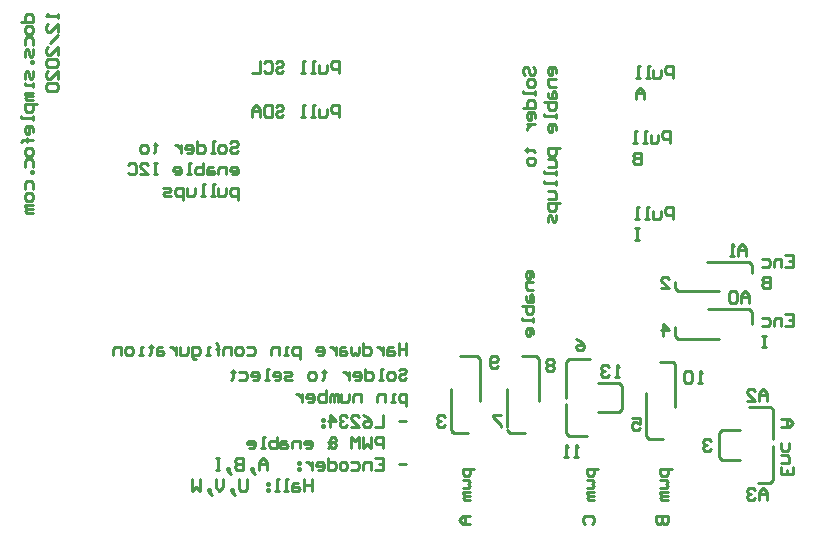
<source format=gbo>
G04*
G04 #@! TF.GenerationSoftware,Altium Limited,Altium Designer,18.0.7 (293)*
G04*
G04 Layer_Color=32896*
%FSLAX25Y25*%
%MOIN*%
G70*
G01*
G75*
%ADD11C,0.01000*%
%ADD43C,0.00000*%
D11*
X208661Y64961D02*
X209646Y65945D01*
X208661Y74803D02*
X209646Y73819D01*
X201772Y64961D02*
X208661D01*
X209646Y65945D02*
Y73819D01*
X201772Y74803D02*
X206693D01*
X208661D01*
X190945Y81693D02*
X191929Y82677D01*
X190945Y69882D02*
Y81693D01*
X182087Y79724D02*
Y82677D01*
X171260Y59055D02*
X172244Y58071D01*
X253000Y111268D02*
Y114126D01*
X251969Y115157D02*
X253000Y114126D01*
X237862Y115157D02*
X251969D01*
X227315Y106346D02*
Y108574D01*
Y106346D02*
X228346Y105315D01*
X242126D01*
X227362Y90551D02*
Y93504D01*
Y90551D02*
X228346Y89567D01*
X242126D01*
X252953Y98425D02*
X252953D01*
X251969Y99410D02*
X252953Y98425D01*
X238189Y99410D02*
X251969D01*
X243110Y49213D02*
X249016D01*
X242126Y50197D02*
X243110Y49213D01*
X242126Y50197D02*
Y51181D01*
Y53150D01*
Y58071D01*
X243110Y59055D01*
X249016D01*
X251969Y66929D02*
X258858D01*
X259842Y65945D01*
Y56102D02*
Y65945D01*
X254969Y41291D02*
X258811D01*
X259890Y42370D01*
Y53707D01*
X155512Y83661D02*
X161417D01*
X162402Y82677D01*
Y81693D02*
Y82677D01*
X176181Y83661D02*
X181102D01*
X182087Y82677D01*
X191929Y82677D02*
X198819D01*
X153543Y58071D02*
X158465D01*
X152559Y59055D02*
X153543Y58071D01*
X152559Y59055D02*
Y60039D01*
X172244Y58071D02*
X177165D01*
X191929Y57087D02*
X197835D01*
X190945Y58071D02*
X191929Y57087D01*
X190945Y58071D02*
Y60039D01*
X218504Y56102D02*
X223425D01*
X217472Y57134D02*
X218504Y56102D01*
X217472Y57134D02*
Y57699D01*
X222441Y81693D02*
X226724D01*
X227362Y81055D01*
Y79087D02*
Y81055D01*
X252953Y94488D02*
Y98425D01*
X217472Y57699D02*
Y71479D01*
X190945Y60039D02*
Y67690D01*
X227362Y66929D02*
Y79087D01*
X182087Y68898D02*
Y81693D01*
X171260Y60039D02*
Y72835D01*
X152559Y60039D02*
Y72835D01*
X162402Y68898D02*
Y81693D01*
X201756Y46244D02*
X197820D01*
Y44276D01*
X198476Y43620D01*
X199788D01*
X200444Y44276D01*
Y46244D01*
X197820Y42308D02*
X199788D01*
X200444Y41652D01*
X199788Y40996D01*
X200444Y40341D01*
X199788Y39685D01*
X197820D01*
X200444Y38373D02*
X197820D01*
Y37717D01*
X198476Y37061D01*
X200444D01*
X198476D01*
X197820Y36405D01*
X198476Y35749D01*
X200444D01*
X197164Y27877D02*
X196508Y28533D01*
Y29845D01*
X197164Y30501D01*
X199788D01*
X200444Y29845D01*
Y28533D01*
X199788Y27877D01*
X264093Y117374D02*
X266717D01*
Y113438D01*
X264093D01*
X266717Y115406D02*
X265405D01*
X262781Y113438D02*
Y116062D01*
X260813D01*
X260157Y115406D01*
Y113438D01*
X256221Y116062D02*
X258189D01*
X258845Y115406D01*
Y114094D01*
X258189Y113438D01*
X256221D01*
X258845Y110251D02*
Y106315D01*
X256877D01*
X256221Y106971D01*
Y107627D01*
X256877Y108283D01*
X258845D01*
X256877D01*
X256221Y108939D01*
Y109595D01*
X256877Y110251D01*
X258845D01*
X226362Y46244D02*
X222427D01*
Y44276D01*
X223082Y43620D01*
X224394D01*
X225050Y44276D01*
Y46244D01*
X222427Y42308D02*
X224394D01*
X225050Y41652D01*
X224394Y40996D01*
X225050Y40341D01*
X224394Y39685D01*
X222427D01*
X225050Y38373D02*
X222427D01*
Y37717D01*
X223082Y37061D01*
X225050D01*
X223082D01*
X222427Y36405D01*
X223082Y35749D01*
X225050D01*
X221115Y30501D02*
X225050D01*
Y28533D01*
X224394Y27877D01*
X223738D01*
X223082Y28533D01*
Y30501D01*
Y28533D01*
X222427Y27877D01*
X221771D01*
X221115Y28533D01*
Y30501D01*
X115142Y178165D02*
Y182101D01*
X113174D01*
X112518Y181445D01*
Y180133D01*
X113174Y179477D01*
X115142D01*
X111206Y180789D02*
Y178821D01*
X110550Y178165D01*
X108582D01*
Y180789D01*
X107270Y178165D02*
X105958D01*
X106614D01*
Y182101D01*
X107270D01*
X103990Y178165D02*
X102679D01*
X103334D01*
Y182101D01*
X103990D01*
X94151Y181445D02*
X94807Y182101D01*
X96119D01*
X96775Y181445D01*
Y180789D01*
X96119Y180133D01*
X94807D01*
X94151Y179477D01*
Y178821D01*
X94807Y178165D01*
X96119D01*
X96775Y178821D01*
X90215Y181445D02*
X90871Y182101D01*
X92183D01*
X92839Y181445D01*
Y178821D01*
X92183Y178165D01*
X90871D01*
X90215Y178821D01*
X88903Y182101D02*
Y178165D01*
X86280D01*
X160417Y46244D02*
X156482D01*
Y44276D01*
X157138Y43620D01*
X158449D01*
X159105Y44276D01*
Y46244D01*
X156482Y42308D02*
X158449D01*
X159105Y41652D01*
X158449Y40996D01*
X159105Y40341D01*
X158449Y39685D01*
X156482D01*
X159105Y38373D02*
X156482D01*
Y37717D01*
X157138Y37061D01*
X159105D01*
X157138D01*
X156482Y36405D01*
X157138Y35749D01*
X159105D01*
Y30501D02*
X156482D01*
X155170Y29189D01*
X156482Y27877D01*
X159105D01*
X157138D01*
Y30501D01*
X264095Y97689D02*
X266719D01*
Y93753D01*
X264095D01*
X266719Y95721D02*
X265407D01*
X262783Y93753D02*
Y96377D01*
X260816D01*
X260159Y95721D01*
Y93753D01*
X256224Y96377D02*
X258192D01*
X258848Y95721D01*
Y94409D01*
X258192Y93753D01*
X256224D01*
X257536Y90566D02*
X256224D01*
X256880D01*
Y86630D01*
X257536D01*
X256224D01*
X137779Y88026D02*
Y84090D01*
Y86058D01*
X135156D01*
Y88026D01*
Y84090D01*
X133188Y86714D02*
X131876D01*
X131220Y86058D01*
Y84090D01*
X133188D01*
X133844Y84746D01*
X133188Y85402D01*
X131220D01*
X129908Y86714D02*
Y84090D01*
Y85402D01*
X129252Y86058D01*
X128596Y86714D01*
X127940D01*
X123348Y88026D02*
Y84090D01*
X125316D01*
X125972Y84746D01*
Y86058D01*
X125316Y86714D01*
X123348D01*
X122037D02*
Y84746D01*
X121381Y84090D01*
X120725Y84746D01*
X120069Y84090D01*
X119413Y84746D01*
Y86714D01*
X117445D02*
X116133D01*
X115477Y86058D01*
Y84090D01*
X117445D01*
X118101Y84746D01*
X117445Y85402D01*
X115477D01*
X114165Y86714D02*
Y84090D01*
Y85402D01*
X113509Y86058D01*
X112853Y86714D01*
X112197D01*
X108262Y84090D02*
X109573D01*
X110229Y84746D01*
Y86058D01*
X109573Y86714D01*
X108262D01*
X107606Y86058D01*
Y85402D01*
X110229D01*
X102358Y82779D02*
Y86714D01*
X100390D01*
X99734Y86058D01*
Y84746D01*
X100390Y84090D01*
X102358D01*
X98422D02*
X97110D01*
X97766D01*
Y86714D01*
X98422D01*
X95142Y84090D02*
Y86714D01*
X93174D01*
X92519Y86058D01*
Y84090D01*
X84647Y86714D02*
X86615D01*
X87271Y86058D01*
Y84746D01*
X86615Y84090D01*
X84647D01*
X82679D02*
X81367D01*
X80711Y84746D01*
Y86058D01*
X81367Y86714D01*
X82679D01*
X83335Y86058D01*
Y84746D01*
X82679Y84090D01*
X79399D02*
Y86714D01*
X77431D01*
X76776Y86058D01*
Y84090D01*
X74808D02*
Y87370D01*
Y86058D01*
X75464D01*
X74152D01*
X74808D01*
Y87370D01*
X74152Y88026D01*
X72184Y84090D02*
X70872D01*
X71528D01*
Y86714D01*
X72184D01*
X67592Y82779D02*
X66936D01*
X66280Y83434D01*
Y86714D01*
X68248D01*
X68904Y86058D01*
Y84746D01*
X68248Y84090D01*
X66280D01*
X64968Y86714D02*
Y84746D01*
X64312Y84090D01*
X62344D01*
Y86714D01*
X61033D02*
Y84090D01*
Y85402D01*
X60377Y86058D01*
X59721Y86714D01*
X59065D01*
X56441D02*
X55129D01*
X54473Y86058D01*
Y84090D01*
X56441D01*
X57097Y84746D01*
X56441Y85402D01*
X54473D01*
X52505Y87370D02*
Y86714D01*
X53161D01*
X51849D01*
X52505D01*
Y84746D01*
X51849Y84090D01*
X49881D02*
X48569D01*
X49225D01*
Y86714D01*
X49881D01*
X45946Y84090D02*
X44634D01*
X43978Y84746D01*
Y86058D01*
X44634Y86714D01*
X45946D01*
X46602Y86058D01*
Y84746D01*
X45946Y84090D01*
X42666D02*
Y86714D01*
X40698D01*
X40042Y86058D01*
Y84090D01*
X135156Y78935D02*
X135812Y79591D01*
X137124D01*
X137779Y78935D01*
Y78279D01*
X137124Y77623D01*
X135812D01*
X135156Y76968D01*
Y76311D01*
X135812Y75656D01*
X137124D01*
X137779Y76311D01*
X133188Y75656D02*
X131876D01*
X131220Y76311D01*
Y77623D01*
X131876Y78279D01*
X133188D01*
X133844Y77623D01*
Y76311D01*
X133188Y75656D01*
X129908D02*
X128596D01*
X129252D01*
Y79591D01*
X129908D01*
X124004D02*
Y75656D01*
X125972D01*
X126628Y76311D01*
Y77623D01*
X125972Y78279D01*
X124004D01*
X120725Y75656D02*
X122037D01*
X122693Y76311D01*
Y77623D01*
X122037Y78279D01*
X120725D01*
X120069Y77623D01*
Y76968D01*
X122693D01*
X118757Y78279D02*
Y75656D01*
Y76968D01*
X118101Y77623D01*
X117445Y78279D01*
X116789D01*
X110229Y78935D02*
Y78279D01*
X110885D01*
X109573D01*
X110229D01*
Y76311D01*
X109573Y75656D01*
X106950D02*
X105638D01*
X104982Y76311D01*
Y77623D01*
X105638Y78279D01*
X106950D01*
X107606Y77623D01*
Y76311D01*
X106950Y75656D01*
X99734D02*
X97766D01*
X97110Y76311D01*
X97766Y76968D01*
X99078D01*
X99734Y77623D01*
X99078Y78279D01*
X97110D01*
X93830Y75656D02*
X95142D01*
X95798Y76311D01*
Y77623D01*
X95142Y78279D01*
X93830D01*
X93174Y77623D01*
Y76968D01*
X95798D01*
X91863Y75656D02*
X90551D01*
X91207D01*
Y79591D01*
X91863D01*
X86615Y75656D02*
X87927D01*
X88583Y76311D01*
Y77623D01*
X87927Y78279D01*
X86615D01*
X85959Y77623D01*
Y76968D01*
X88583D01*
X82023Y78279D02*
X83991D01*
X84647Y77623D01*
Y76311D01*
X83991Y75656D01*
X82023D01*
X80055Y78935D02*
Y78279D01*
X80711D01*
X79399D01*
X80055D01*
Y76311D01*
X79399Y75656D01*
X137779Y67221D02*
Y71157D01*
X135812D01*
X135156Y70501D01*
Y69189D01*
X135812Y68533D01*
X137779D01*
X133844D02*
X132532D01*
X133188D01*
Y71157D01*
X133844D01*
X130564Y68533D02*
Y71157D01*
X128596D01*
X127940Y70501D01*
Y68533D01*
X122693D02*
Y71157D01*
X120725D01*
X120069Y70501D01*
Y68533D01*
X118757Y71157D02*
Y69189D01*
X118101Y68533D01*
X116133D01*
Y71157D01*
X114821Y68533D02*
Y71157D01*
X114165D01*
X113509Y70501D01*
Y68533D01*
Y70501D01*
X112853Y71157D01*
X112197Y70501D01*
Y68533D01*
X110885Y72468D02*
Y68533D01*
X108917D01*
X108262Y69189D01*
Y69845D01*
Y70501D01*
X108917Y71157D01*
X110885D01*
X104982Y68533D02*
X106294D01*
X106950Y69189D01*
Y70501D01*
X106294Y71157D01*
X104982D01*
X104326Y70501D01*
Y69845D01*
X106950D01*
X103014Y71157D02*
Y68533D01*
Y69845D01*
X102358Y70501D01*
X101702Y71157D01*
X101046D01*
X137779Y62066D02*
X135156D01*
X129908Y64034D02*
Y60098D01*
X127284D01*
X123348Y64034D02*
X124660Y63378D01*
X125972Y62066D01*
Y60754D01*
X125316Y60098D01*
X124004D01*
X123348Y60754D01*
Y61410D01*
X124004Y62066D01*
X125972D01*
X119413Y60098D02*
X122037D01*
X119413Y62722D01*
Y63378D01*
X120069Y64034D01*
X121381D01*
X122037Y63378D01*
X118101D02*
X117445Y64034D01*
X116133D01*
X115477Y63378D01*
Y62722D01*
X116133Y62066D01*
X116789D01*
X116133D01*
X115477Y61410D01*
Y60754D01*
X116133Y60098D01*
X117445D01*
X118101Y60754D01*
X112197Y60098D02*
Y64034D01*
X114165Y62066D01*
X111541D01*
X110229Y62722D02*
X109573D01*
Y62066D01*
X110229D01*
Y62722D01*
Y60754D02*
X109573D01*
Y60098D01*
X110229D01*
Y60754D01*
X129908Y52975D02*
Y56911D01*
X127940D01*
X127284Y56255D01*
Y54943D01*
X127940Y54287D01*
X129908D01*
X125972Y56911D02*
Y52975D01*
X124660Y54287D01*
X123348Y52975D01*
Y56911D01*
X122037Y52975D02*
Y56911D01*
X120725Y55599D01*
X119413Y56911D01*
Y52975D01*
X111541D02*
X112197Y53631D01*
X112853Y52975D01*
X113509D01*
X114165Y53631D01*
Y54287D01*
X113509Y54943D01*
X114165Y55599D01*
Y56255D01*
X113509Y56911D01*
X112853D01*
X112197Y56255D01*
Y55599D01*
X112853Y54943D01*
X112197Y54287D01*
Y53631D01*
X111541Y54943D02*
X112197Y54287D01*
X113509Y54943D02*
X112853D01*
X104326Y52975D02*
X105638D01*
X106294Y53631D01*
Y54943D01*
X105638Y55599D01*
X104326D01*
X103670Y54943D01*
Y54287D01*
X106294D01*
X102358Y52975D02*
Y55599D01*
X100390D01*
X99734Y54943D01*
Y52975D01*
X97766Y55599D02*
X96454D01*
X95798Y54943D01*
Y52975D01*
X97766D01*
X98422Y53631D01*
X97766Y54287D01*
X95798D01*
X94486Y56911D02*
Y52975D01*
X92519D01*
X91863Y53631D01*
Y54287D01*
Y54943D01*
X92519Y55599D01*
X94486D01*
X90551Y52975D02*
X89239D01*
X89895D01*
Y56911D01*
X90551D01*
X85303Y52975D02*
X86615D01*
X87271Y53631D01*
Y54943D01*
X86615Y55599D01*
X85303D01*
X84647Y54943D01*
Y54287D01*
X87271D01*
X137779Y47820D02*
X135156D01*
X127284Y49788D02*
X129908D01*
Y45852D01*
X127284D01*
X129908Y47820D02*
X128596D01*
X125972Y45852D02*
Y48476D01*
X124004D01*
X123348Y47820D01*
Y45852D01*
X119413Y48476D02*
X121381D01*
X122037Y47820D01*
Y46508D01*
X121381Y45852D01*
X119413D01*
X117445D02*
X116133D01*
X115477Y46508D01*
Y47820D01*
X116133Y48476D01*
X117445D01*
X118101Y47820D01*
Y46508D01*
X117445Y45852D01*
X111541Y49788D02*
Y45852D01*
X113509D01*
X114165Y46508D01*
Y47820D01*
X113509Y48476D01*
X111541D01*
X108262Y45852D02*
X109573D01*
X110229Y46508D01*
Y47820D01*
X109573Y48476D01*
X108262D01*
X107606Y47820D01*
Y47164D01*
X110229D01*
X106294Y48476D02*
Y45852D01*
Y47164D01*
X105638Y47820D01*
X104982Y48476D01*
X104326D01*
X102358D02*
X101702D01*
Y47820D01*
X102358D01*
Y48476D01*
Y46508D02*
X101702D01*
Y45852D01*
X102358D01*
Y46508D01*
X91207Y45852D02*
Y48476D01*
X89895Y49788D01*
X88583Y48476D01*
Y45852D01*
Y47820D01*
X91207D01*
X86615Y45196D02*
X85959Y45852D01*
Y46508D01*
X86615D01*
Y45852D01*
X85959D01*
X86615Y45196D01*
X87271Y44540D01*
X83335Y49788D02*
Y45852D01*
X81367D01*
X80711Y46508D01*
Y47164D01*
X81367Y47820D01*
X83335D01*
X81367D01*
X80711Y48476D01*
Y49132D01*
X81367Y49788D01*
X83335D01*
X78743Y45196D02*
X78088Y45852D01*
Y46508D01*
X78743D01*
Y45852D01*
X78088D01*
X78743Y45196D01*
X79399Y44540D01*
X75464Y49788D02*
X74152D01*
X74808D01*
Y45852D01*
X75464D01*
X74152D01*
X106294Y42665D02*
Y38729D01*
Y40697D01*
X103670D01*
Y42665D01*
Y38729D01*
X101702Y41353D02*
X100390D01*
X99734Y40697D01*
Y38729D01*
X101702D01*
X102358Y39385D01*
X101702Y40041D01*
X99734D01*
X98422Y38729D02*
X97110D01*
X97766D01*
Y42665D01*
X98422D01*
X95142Y38729D02*
X93830D01*
X94486D01*
Y42665D01*
X95142D01*
X91863Y41353D02*
X91207D01*
Y40697D01*
X91863D01*
Y41353D01*
Y39385D02*
X91207D01*
Y38729D01*
X91863D01*
Y39385D01*
X84647Y42665D02*
Y39385D01*
X83991Y38729D01*
X82679D01*
X82023Y39385D01*
Y42665D01*
X80055Y38073D02*
X79399Y38729D01*
Y39385D01*
X80055D01*
Y38729D01*
X79399D01*
X80055Y38073D01*
X80711Y37417D01*
X76776Y42665D02*
Y40041D01*
X75464Y38729D01*
X74152Y40041D01*
Y42665D01*
X72184Y38073D02*
X71528Y38729D01*
Y39385D01*
X72184D01*
Y38729D01*
X71528D01*
X72184Y38073D01*
X72840Y37417D01*
X68904Y42665D02*
Y38729D01*
X67592Y40041D01*
X66280Y38729D01*
Y42665D01*
X9267Y195195D02*
X13203D01*
Y197163D01*
X12547Y197819D01*
X11235D01*
X10579Y197163D01*
Y195195D01*
X13203Y193227D02*
Y191915D01*
X12547Y191259D01*
X11235D01*
X10579Y191915D01*
Y193227D01*
X11235Y193883D01*
X12547D01*
X13203Y193227D01*
X10579Y187324D02*
Y189292D01*
X11235Y189947D01*
X12547D01*
X13203Y189292D01*
Y187324D01*
Y186012D02*
Y184044D01*
X12547Y183388D01*
X11891Y184044D01*
Y185356D01*
X11235Y186012D01*
X10579Y185356D01*
Y183388D01*
X13203Y182076D02*
X12547D01*
Y181420D01*
X13203D01*
Y182076D01*
Y178796D02*
Y176828D01*
X12547Y176172D01*
X11891Y176828D01*
Y178140D01*
X11235Y178796D01*
X10579Y178140D01*
Y176172D01*
X13203Y174860D02*
Y173548D01*
Y174205D01*
X10579D01*
Y174860D01*
X13203Y171581D02*
X10579D01*
Y170925D01*
X11235Y170269D01*
X13203D01*
X11235D01*
X10579Y169613D01*
X11235Y168957D01*
X13203D01*
X14515Y167645D02*
X10579D01*
Y165677D01*
X11235Y165021D01*
X12547D01*
X13203Y165677D01*
Y167645D01*
Y163709D02*
Y162397D01*
Y163053D01*
X9267D01*
Y163709D01*
X13203Y158461D02*
Y159773D01*
X12547Y160429D01*
X11235D01*
X10579Y159773D01*
Y158461D01*
X11235Y157806D01*
X11891D01*
Y160429D01*
X13203Y155838D02*
X9923D01*
X11235D01*
Y156494D01*
Y155182D01*
Y155838D01*
X9923D01*
X9267Y155182D01*
X13203Y152558D02*
Y151246D01*
X12547Y150590D01*
X11235D01*
X10579Y151246D01*
Y152558D01*
X11235Y153214D01*
X12547D01*
X13203Y152558D01*
X10579Y146654D02*
Y148622D01*
X11235Y149278D01*
X12547D01*
X13203Y148622D01*
Y146654D01*
Y145342D02*
X12547D01*
Y144686D01*
X13203D01*
Y145342D01*
X10579Y139439D02*
Y141407D01*
X11235Y142063D01*
X12547D01*
X13203Y141407D01*
Y139439D01*
Y137471D02*
Y136159D01*
X12547Y135503D01*
X11235D01*
X10579Y136159D01*
Y137471D01*
X11235Y138127D01*
X12547D01*
X13203Y137471D01*
Y134191D02*
X10579D01*
Y133535D01*
X11235Y132879D01*
X13203D01*
X11235D01*
X10579Y132223D01*
X11235Y131567D01*
X13203D01*
X21638Y197819D02*
Y196507D01*
Y197163D01*
X17702D01*
X18358Y197819D01*
X21638Y191915D02*
Y194539D01*
X19014Y191915D01*
X18358D01*
X17702Y192571D01*
Y193883D01*
X18358Y194539D01*
X21638Y190603D02*
X19014Y187980D01*
X21638Y184044D02*
Y186668D01*
X19014Y184044D01*
X18358D01*
X17702Y184700D01*
Y186012D01*
X18358Y186668D01*
Y182732D02*
X17702Y182076D01*
Y180764D01*
X18358Y180108D01*
X20982D01*
X21638Y180764D01*
Y182076D01*
X20982Y182732D01*
X18358D01*
X21638Y176172D02*
Y178796D01*
X19014Y176172D01*
X18358D01*
X17702Y176828D01*
Y178140D01*
X18358Y178796D01*
Y174860D02*
X17702Y174205D01*
Y172893D01*
X18358Y172237D01*
X20982D01*
X21638Y172893D01*
Y174205D01*
X20982Y174860D01*
X18358D01*
X225708Y154776D02*
Y158712D01*
X223740D01*
X223084Y158056D01*
Y156744D01*
X223740Y156088D01*
X225708D01*
X221772Y157400D02*
Y155432D01*
X221116Y154776D01*
X219148D01*
Y157400D01*
X217836Y154776D02*
X216524D01*
X217180D01*
Y158712D01*
X217836D01*
X214556Y154776D02*
X213244D01*
X213900D01*
Y158712D01*
X214556D01*
X215868Y151589D02*
Y147653D01*
X213900D01*
X213244Y148310D01*
Y148966D01*
X213900Y149621D01*
X215868D01*
X213900D01*
X213244Y150277D01*
Y150933D01*
X213900Y151589D01*
X215868D01*
X226693Y176430D02*
Y180366D01*
X224725D01*
X224069Y179710D01*
Y178398D01*
X224725Y177742D01*
X226693D01*
X222757Y179054D02*
Y177086D01*
X222101Y176430D01*
X220133D01*
Y179054D01*
X218822Y176430D02*
X217510D01*
X218166D01*
Y180366D01*
X218822D01*
X215542Y176430D02*
X214230D01*
X214886D01*
Y180366D01*
X215542D01*
X216854Y169307D02*
Y171931D01*
X215542Y173243D01*
X214230Y171931D01*
Y169307D01*
Y171275D01*
X216854D01*
X79053Y154680D02*
X79709Y155336D01*
X81021D01*
X81677Y154680D01*
Y154024D01*
X81021Y153368D01*
X79709D01*
X79053Y152712D01*
Y152056D01*
X79709Y151400D01*
X81021D01*
X81677Y152056D01*
X77086Y151400D02*
X75774D01*
X75118Y152056D01*
Y153368D01*
X75774Y154024D01*
X77086D01*
X77741Y153368D01*
Y152056D01*
X77086Y151400D01*
X73806D02*
X72494D01*
X73150D01*
Y155336D01*
X73806D01*
X67902D02*
Y151400D01*
X69870D01*
X70526Y152056D01*
Y153368D01*
X69870Y154024D01*
X67902D01*
X64622Y151400D02*
X65934D01*
X66590Y152056D01*
Y153368D01*
X65934Y154024D01*
X64622D01*
X63966Y153368D01*
Y152712D01*
X66590D01*
X62654Y154024D02*
Y151400D01*
Y152712D01*
X61998Y153368D01*
X61343Y154024D01*
X60687D01*
X54127Y154680D02*
Y154024D01*
X54783D01*
X53471D01*
X54127D01*
Y152056D01*
X53471Y151400D01*
X50847D02*
X49535D01*
X48879Y152056D01*
Y153368D01*
X49535Y154024D01*
X50847D01*
X51503Y153368D01*
Y152056D01*
X50847Y151400D01*
X79709Y144277D02*
X81021D01*
X81677Y144933D01*
Y146245D01*
X81021Y146901D01*
X79709D01*
X79053Y146245D01*
Y145589D01*
X81677D01*
X77741Y144277D02*
Y146901D01*
X75774D01*
X75118Y146245D01*
Y144277D01*
X73150Y146901D02*
X71838D01*
X71182Y146245D01*
Y144277D01*
X73150D01*
X73806Y144933D01*
X73150Y145589D01*
X71182D01*
X69870Y148213D02*
Y144277D01*
X67902D01*
X67246Y144933D01*
Y145589D01*
Y146245D01*
X67902Y146901D01*
X69870D01*
X65934Y144277D02*
X64622D01*
X65278D01*
Y148213D01*
X65934D01*
X60687Y144277D02*
X61998D01*
X62654Y144933D01*
Y146245D01*
X61998Y146901D01*
X60687D01*
X60031Y146245D01*
Y145589D01*
X62654D01*
X54783Y148213D02*
X53471D01*
X54127D01*
Y144277D01*
X54783D01*
X53471D01*
X48879D02*
X51503D01*
X48879Y146901D01*
Y147557D01*
X49535Y148213D01*
X50847D01*
X51503Y147557D01*
X44944D02*
X45600Y148213D01*
X46911D01*
X47567Y147557D01*
Y144933D01*
X46911Y144277D01*
X45600D01*
X44944Y144933D01*
X81677Y135843D02*
Y139778D01*
X79709D01*
X79053Y139122D01*
Y137810D01*
X79709Y137154D01*
X81677D01*
X77741Y139778D02*
Y137810D01*
X77086Y137154D01*
X75118D01*
Y139778D01*
X73806Y137154D02*
X72494D01*
X73150D01*
Y141090D01*
X73806D01*
X70526Y137154D02*
X69214D01*
X69870D01*
Y141090D01*
X70526D01*
X67246Y139778D02*
Y137810D01*
X66590Y137154D01*
X64622D01*
Y139778D01*
X63310Y135843D02*
Y139778D01*
X61343D01*
X60687Y139122D01*
Y137810D01*
X61343Y137154D01*
X63310D01*
X59375D02*
X57407D01*
X56751Y137810D01*
X57407Y138466D01*
X58719D01*
X59375Y139122D01*
X58719Y139778D01*
X56751D01*
X177246Y177479D02*
X176590Y178135D01*
Y179446D01*
X177246Y180102D01*
X177902D01*
X178558Y179446D01*
Y178135D01*
X179214Y177479D01*
X179870D01*
X180526Y178135D01*
Y179446D01*
X179870Y180102D01*
X180526Y175511D02*
Y174199D01*
X179870Y173543D01*
X178558D01*
X177902Y174199D01*
Y175511D01*
X178558Y176167D01*
X179870D01*
X180526Y175511D01*
Y172231D02*
Y170919D01*
Y171575D01*
X176590D01*
Y172231D01*
Y166327D02*
X180526D01*
Y168295D01*
X179870Y168951D01*
X178558D01*
X177902Y168295D01*
Y166327D01*
X180526Y163048D02*
Y164359D01*
X179870Y165015D01*
X178558D01*
X177902Y164359D01*
Y163048D01*
X178558Y162391D01*
X179214D01*
Y165015D01*
X177902Y161080D02*
X180526D01*
X179214D01*
X178558Y160424D01*
X177902Y159768D01*
Y159112D01*
X177246Y152552D02*
X177902D01*
Y153208D01*
Y151896D01*
Y152552D01*
X179870D01*
X180526Y151896D01*
Y149272D02*
Y147960D01*
X179870Y147304D01*
X178558D01*
X177902Y147960D01*
Y149272D01*
X178558Y149928D01*
X179870D01*
X180526Y149272D01*
X187649Y178135D02*
Y179446D01*
X186993Y180102D01*
X185681D01*
X185025Y179446D01*
Y178135D01*
X185681Y177479D01*
X186337D01*
Y180102D01*
X187649Y176167D02*
X185025D01*
Y174199D01*
X185681Y173543D01*
X187649D01*
X185025Y171575D02*
Y170263D01*
X185681Y169607D01*
X187649D01*
Y171575D01*
X186993Y172231D01*
X186337Y171575D01*
Y169607D01*
X183713Y168295D02*
X187649D01*
Y166327D01*
X186993Y165671D01*
X186337D01*
X185681D01*
X185025Y166327D01*
Y168295D01*
X187649Y164359D02*
Y163048D01*
Y163703D01*
X183713D01*
Y164359D01*
X187649Y159112D02*
Y160424D01*
X186993Y161080D01*
X185681D01*
X185025Y160424D01*
Y159112D01*
X185681Y158456D01*
X186337D01*
Y161080D01*
X188961Y153208D02*
X185025D01*
Y151240D01*
X185681Y150584D01*
X186993D01*
X187649Y151240D01*
Y153208D01*
X185025Y149272D02*
X186993D01*
X187649Y148616D01*
Y146649D01*
X185025D01*
X187649Y145337D02*
Y144025D01*
Y144681D01*
X183713D01*
Y145337D01*
X187649Y142057D02*
Y140745D01*
Y141401D01*
X183713D01*
Y142057D01*
X185025Y138777D02*
X186993D01*
X187649Y138121D01*
Y136153D01*
X185025D01*
X188961Y134841D02*
X185025D01*
Y132873D01*
X185681Y132218D01*
X186993D01*
X187649Y132873D01*
Y134841D01*
Y130906D02*
Y128938D01*
X186993Y128282D01*
X186337Y128938D01*
Y130250D01*
X185681Y130906D01*
X185025Y130250D01*
Y128282D01*
X226566Y129502D02*
Y133438D01*
X224598D01*
X223942Y132782D01*
Y131470D01*
X224598Y130814D01*
X226566D01*
X222630Y132126D02*
Y130158D01*
X221974Y129502D01*
X220006D01*
Y132126D01*
X218694Y129502D02*
X217382D01*
X218038D01*
Y133438D01*
X218694D01*
X215414Y129502D02*
X214102D01*
X214758D01*
Y133438D01*
X215414D01*
Y126315D02*
X214102D01*
X214758D01*
Y122379D01*
X215414D01*
X214102D01*
X115157Y163386D02*
Y167322D01*
X113190D01*
X112534Y166666D01*
Y165354D01*
X113190Y164698D01*
X115157D01*
X111222Y166010D02*
Y164042D01*
X110566Y163386D01*
X108598D01*
Y166010D01*
X107286Y163386D02*
X105974D01*
X106630D01*
Y167322D01*
X107286D01*
X104006Y163386D02*
X102694D01*
X103350D01*
Y167322D01*
X104006D01*
X94167Y166666D02*
X94823Y167322D01*
X96135D01*
X96791Y166666D01*
Y166010D01*
X96135Y165354D01*
X94823D01*
X94167Y164698D01*
Y164042D01*
X94823Y163386D01*
X96135D01*
X96791Y164042D01*
X92855Y167322D02*
Y163386D01*
X90887D01*
X90231Y164042D01*
Y166666D01*
X90887Y167322D01*
X92855D01*
X88919Y163386D02*
Y166010D01*
X87607Y167322D01*
X86295Y166010D01*
Y163386D01*
Y165354D01*
X88919D01*
X208661Y76772D02*
X207349D01*
X208005D01*
Y80707D01*
X208661Y80051D01*
X205382D02*
X204726Y80707D01*
X203414D01*
X202758Y80051D01*
Y79396D01*
X203414Y78740D01*
X204070D01*
X203414D01*
X202758Y78084D01*
Y77428D01*
X203414Y76772D01*
X204726D01*
X205382Y77428D01*
X194227Y89566D02*
X195538Y88910D01*
X196850Y87598D01*
Y86286D01*
X196194Y85630D01*
X194883D01*
X194227Y86286D01*
Y86942D01*
X194883Y87598D01*
X196850D01*
X239173Y55445D02*
X238517Y56101D01*
X237205D01*
X236549Y55445D01*
Y54789D01*
X237205Y54133D01*
X237861D01*
X237205D01*
X236549Y53477D01*
Y52821D01*
X237205Y52165D01*
X238517D01*
X239173Y52821D01*
X257874Y35867D02*
Y38491D01*
X256562Y39803D01*
X255250Y38491D01*
Y35867D01*
Y37835D01*
X257874D01*
X253938Y39147D02*
X253282Y39803D01*
X251970D01*
X251314Y39147D01*
Y38491D01*
X251970Y37835D01*
X252626D01*
X251970D01*
X251314Y37179D01*
Y36523D01*
X251970Y35867D01*
X253282D01*
X253938Y36523D01*
X257874Y68898D02*
Y71522D01*
X256562Y72833D01*
X255250Y71522D01*
Y68898D01*
Y70865D01*
X257874D01*
X251314Y68898D02*
X253938D01*
X251314Y71522D01*
Y72177D01*
X251970Y72833D01*
X253282D01*
X253938Y72177D01*
X223426Y90551D02*
Y94487D01*
X225394Y92519D01*
X222770D01*
X251969Y101378D02*
Y104002D01*
X250657Y105314D01*
X249345Y104002D01*
Y101378D01*
Y103346D01*
X251969D01*
X248033Y104658D02*
X247377Y105314D01*
X246065D01*
X245409Y104658D01*
Y102034D01*
X246065Y101378D01*
X247377D01*
X248033Y102034D01*
Y104658D01*
X250984Y117126D02*
Y119750D01*
X249672Y121062D01*
X248360Y119750D01*
Y117126D01*
Y119094D01*
X250984D01*
X247048Y117126D02*
X245737D01*
X246392D01*
Y121062D01*
X247048Y120406D01*
X222770Y106299D02*
X225394D01*
X222770Y108923D01*
Y109579D01*
X223426Y110235D01*
X224738D01*
X225394Y109579D01*
X266731Y46915D02*
Y44291D01*
X262795D01*
Y46915D01*
X264763Y44291D02*
Y45603D01*
X262795Y48227D02*
X265419D01*
Y50195D01*
X264763Y50851D01*
X262795D01*
X265419Y54787D02*
Y52819D01*
X264763Y52163D01*
X263451D01*
X262795Y52819D01*
Y54787D01*
Y60034D02*
X265419D01*
X266731Y61346D01*
X265419Y62658D01*
X262795D01*
X264763D01*
Y60034D01*
X150591Y63319D02*
X149935Y63975D01*
X148623D01*
X147967Y63319D01*
Y62663D01*
X148623Y62007D01*
X149279D01*
X148623D01*
X147967Y61351D01*
Y60695D01*
X148623Y60039D01*
X149935D01*
X150591Y60695D01*
X168307Y80380D02*
X167651Y79724D01*
X166339D01*
X165683Y80380D01*
Y83004D01*
X166339Y83660D01*
X167651D01*
X168307Y83004D01*
Y82348D01*
X167651Y81692D01*
X165683D01*
X169291Y63975D02*
X166667D01*
Y63319D01*
X169291Y60695D01*
Y60039D01*
X187008Y82020D02*
X186352Y82676D01*
X185040D01*
X184384Y82020D01*
Y81364D01*
X185040Y80708D01*
X184384Y80052D01*
Y79396D01*
X185040Y78740D01*
X186352D01*
X187008Y79396D01*
Y80052D01*
X186352Y80708D01*
X187008Y81364D01*
Y82020D01*
X186352Y80708D02*
X185040D01*
X194882Y50197D02*
X193570D01*
X194226D01*
Y54133D01*
X194882Y53477D01*
X191602Y50197D02*
X190290D01*
X190946D01*
Y54133D01*
X191602Y53477D01*
X212927Y62991D02*
X215551D01*
Y61023D01*
X214239Y61679D01*
X213583D01*
X212927Y61023D01*
Y59711D01*
X213583Y59055D01*
X214895D01*
X215551Y59711D01*
X236221Y74803D02*
X234909D01*
X235564D01*
Y78739D01*
X236221Y78083D01*
X232941D02*
X232285Y78739D01*
X230973D01*
X230317Y78083D01*
Y75459D01*
X230973Y74803D01*
X232285D01*
X232941Y75459D01*
Y78083D01*
X180118Y110237D02*
Y111549D01*
X179462Y112205D01*
X178150D01*
X177494Y111549D01*
Y110237D01*
X178150Y109581D01*
X178806D01*
Y112205D01*
X180118Y108269D02*
X177494D01*
Y106301D01*
X178150Y105645D01*
X180118D01*
X177494Y103677D02*
Y102365D01*
X178150Y101709D01*
X180118D01*
Y103677D01*
X179462Y104333D01*
X178806Y103677D01*
Y101709D01*
X176182Y100398D02*
X180118D01*
Y98430D01*
X179462Y97774D01*
X178806D01*
X178150D01*
X177494Y98430D01*
Y100398D01*
X180118Y96462D02*
Y95150D01*
Y95806D01*
X176182D01*
Y96462D01*
X180118Y91214D02*
Y92526D01*
X179462Y93182D01*
X178150D01*
X177494Y92526D01*
Y91214D01*
X178150Y90558D01*
X178806D01*
Y93182D01*
D43*
X152559Y58071D02*
Y60039D01*
M02*

</source>
